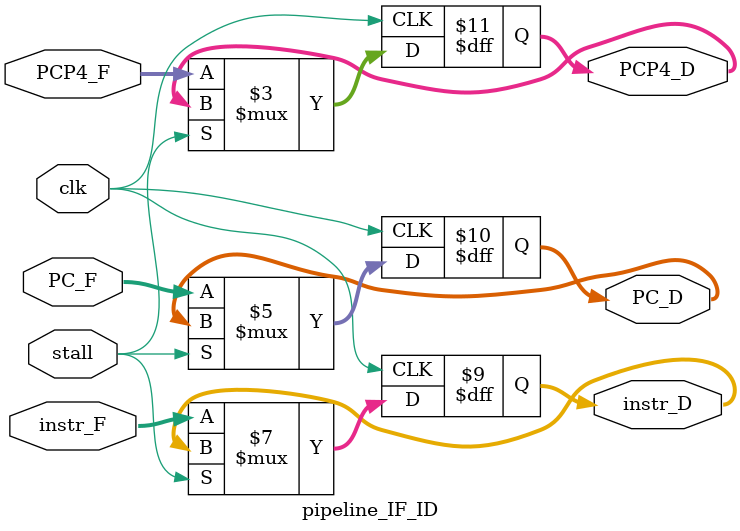
<source format=sv>
module pipeline_IF_ID #(
    parameter WIDTH = 32
)(
    input logic clk,
    input logic stall,
    input logic [WIDTH - 1:0] instr_F, // from instruction memory port RD
    input logic [WIDTH - 1:0] PC_F,
    input logic [WIDTH - 1:0] PCP4_F, // PC plus 4
    output logic [WIDTH - 1:0] instr_D,
    output logic [WIDTH - 1:0] PC_D,
    output logic [WIDTH - 1:0] PCP4_D
);
    always_ff @(posedge clk) begin
        if (!stall) begin
            instr_D <= instr_F;
            PC_D <= PC_F;
            PCP4_D <= PCP4_F;
        end     
    end

endmodule

</source>
